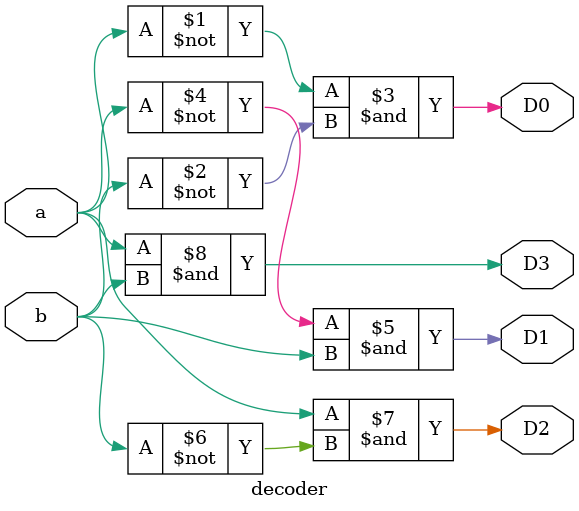
<source format=v>
`timescale 1ns / 1ps

module decoder(
    input a, b,
    output D0, D1, D2, D3
    );
    
assign D0 = ~a & ~b;
assign D1 = ~a & b;
assign D2 = a & ~b;
assign D3 = a & b;

endmodule

</source>
